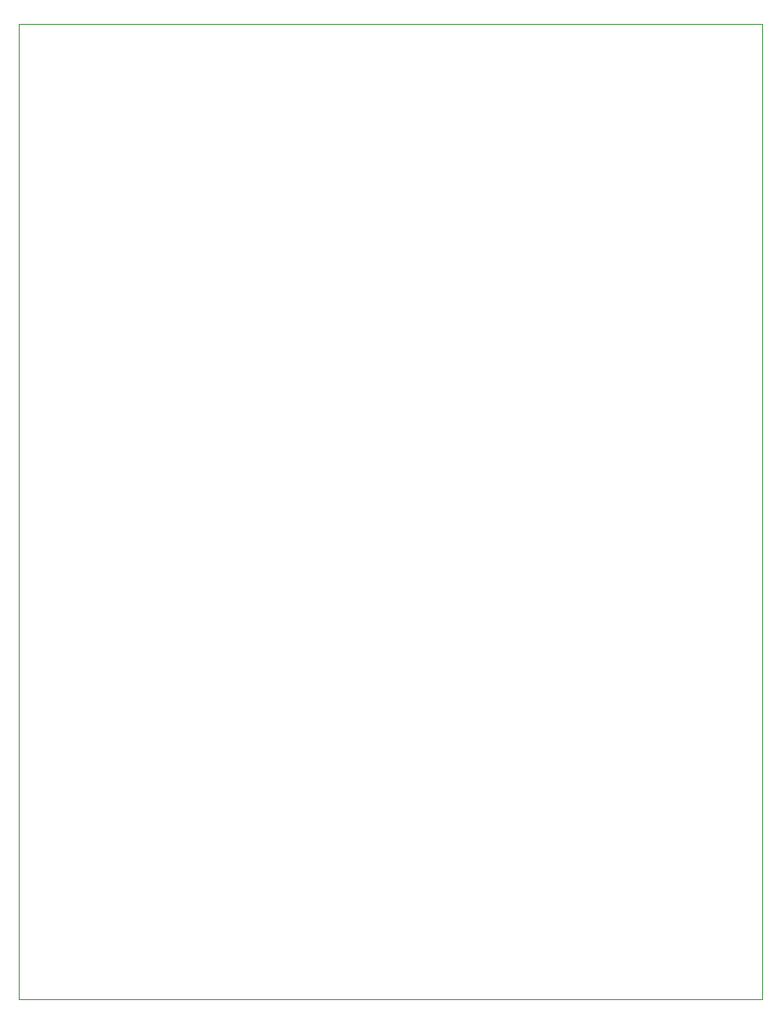
<source format=gbr>
%TF.GenerationSoftware,KiCad,Pcbnew,(6.0.6)*%
%TF.CreationDate,2023-11-02T23:17:45+01:00*%
%TF.ProjectId,DA02,44413032-2e6b-4696-9361-645f70636258,1.0*%
%TF.SameCoordinates,Original*%
%TF.FileFunction,Profile,NP*%
%FSLAX46Y46*%
G04 Gerber Fmt 4.6, Leading zero omitted, Abs format (unit mm)*
G04 Created by KiCad (PCBNEW (6.0.6)) date 2023-11-02 23:17:45*
%MOMM*%
%LPD*%
G01*
G04 APERTURE LIST*
%TA.AperFunction,Profile*%
%ADD10C,0.050000*%
%TD*%
G04 APERTURE END LIST*
D10*
X15240000Y-111760000D02*
X15240000Y-15240000D01*
X15240000Y-111760000D02*
X88900000Y-111760000D01*
X15240000Y-15240000D02*
X88900000Y-15240000D01*
X88900000Y-111760000D02*
X88900000Y-15240000D01*
M02*

</source>
